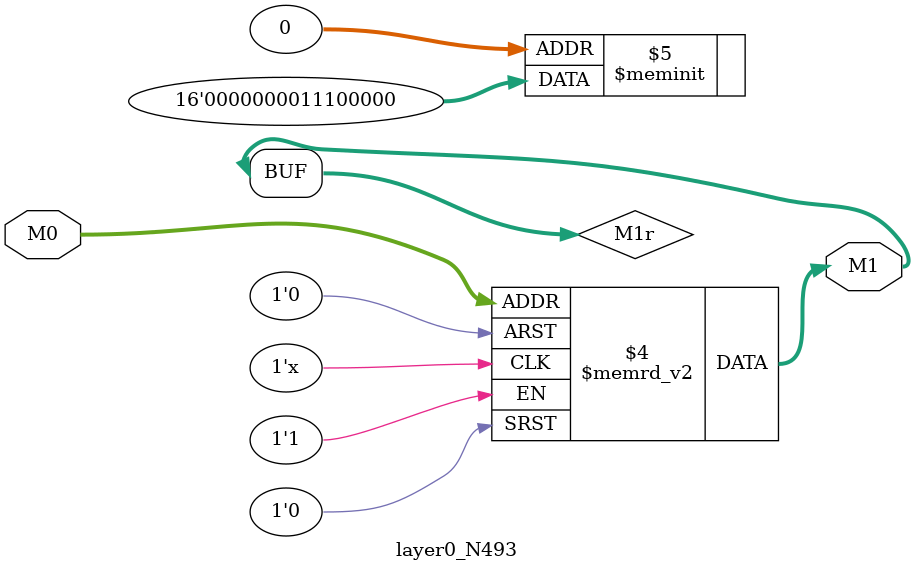
<source format=v>
module layer0_N493 ( input [2:0] M0, output [1:0] M1 );

	(*rom_style = "distributed" *) reg [1:0] M1r;
	assign M1 = M1r;
	always @ (M0) begin
		case (M0)
			3'b000: M1r = 2'b00;
			3'b100: M1r = 2'b00;
			3'b010: M1r = 2'b10;
			3'b110: M1r = 2'b00;
			3'b001: M1r = 2'b00;
			3'b101: M1r = 2'b00;
			3'b011: M1r = 2'b11;
			3'b111: M1r = 2'b00;

		endcase
	end
endmodule

</source>
